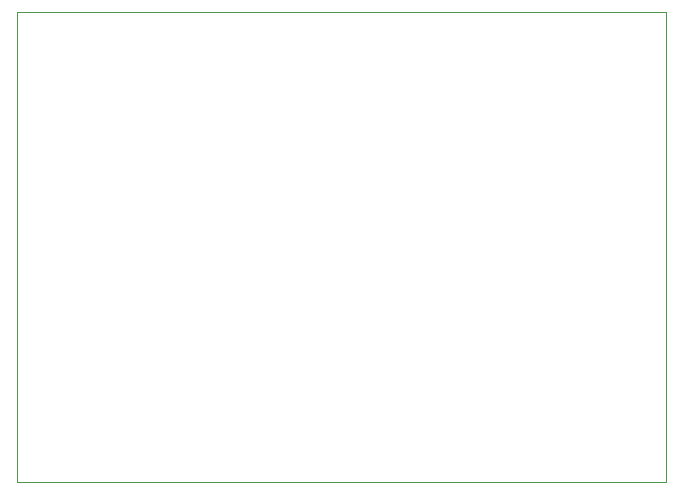
<source format=gbr>
%TF.GenerationSoftware,KiCad,Pcbnew,(5.1.10)-1*%
%TF.CreationDate,2021-08-03T11:51:01-03:00*%
%TF.ProjectId,Modulo-completo,4d6f6475-6c6f-42d6-936f-6d706c65746f,rev?*%
%TF.SameCoordinates,Original*%
%TF.FileFunction,Profile,NP*%
%FSLAX46Y46*%
G04 Gerber Fmt 4.6, Leading zero omitted, Abs format (unit mm)*
G04 Created by KiCad (PCBNEW (5.1.10)-1) date 2021-08-03 11:51:01*
%MOMM*%
%LPD*%
G01*
G04 APERTURE LIST*
%TA.AperFunction,Profile*%
%ADD10C,0.050000*%
%TD*%
G04 APERTURE END LIST*
D10*
X157939000Y-86428000D02*
X157939000Y-126228000D01*
X102939000Y-86428000D02*
X157939000Y-86428000D01*
X102926000Y-126228000D02*
X102926000Y-86428000D01*
X157939000Y-126228000D02*
X102939000Y-126228000D01*
M02*

</source>
